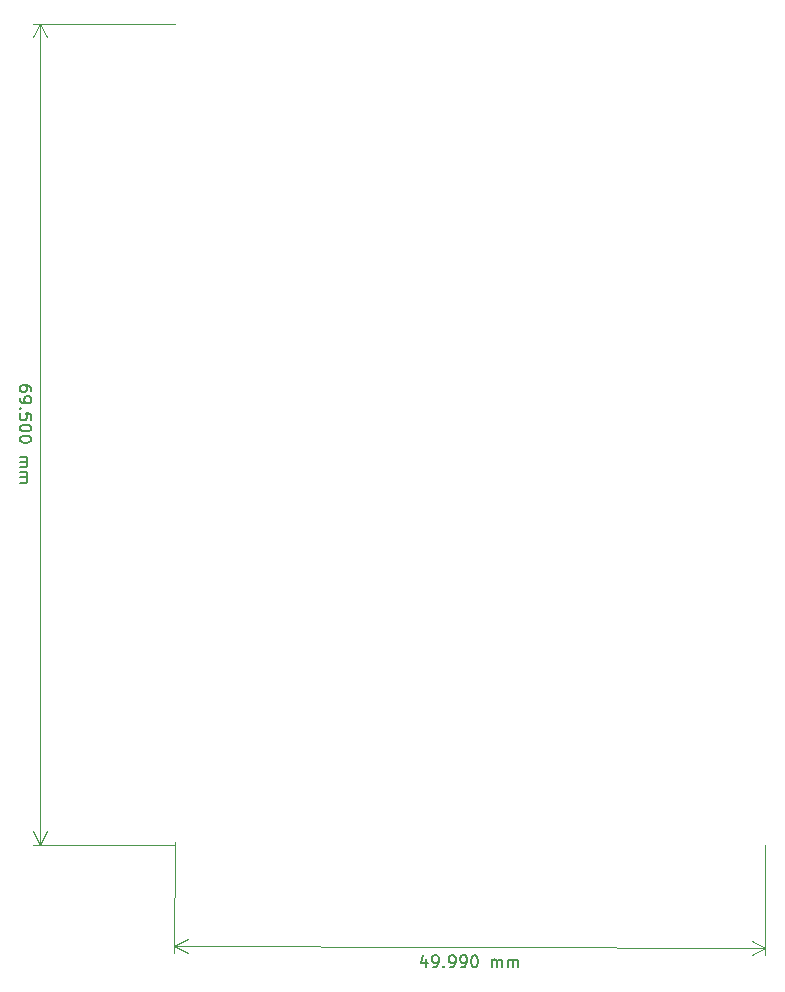
<source format=gbr>
%TF.GenerationSoftware,KiCad,Pcbnew,(5.1.6)-1*%
%TF.CreationDate,2020-12-18T18:22:10+01:00*%
%TF.ProjectId,rc-emitter_tft,72632d65-6d69-4747-9465-725f7466742e,rev?*%
%TF.SameCoordinates,Original*%
%TF.FileFunction,Legend,Bot*%
%TF.FilePolarity,Positive*%
%FSLAX46Y46*%
G04 Gerber Fmt 4.6, Leading zero omitted, Abs format (unit mm)*
G04 Created by KiCad (PCBNEW (5.1.6)-1) date 2020-12-18 18:22:10*
%MOMM*%
%LPD*%
G01*
G04 APERTURE LIST*
%ADD10C,0.150000*%
%ADD11C,0.120000*%
G04 APERTURE END LIST*
D10*
X67861989Y-59585080D02*
X67861962Y-59394604D01*
X67814329Y-59299373D01*
X67766703Y-59251760D01*
X67623832Y-59156543D01*
X67433349Y-59108951D01*
X67052397Y-59109006D01*
X66957165Y-59156639D01*
X66909553Y-59204265D01*
X66861948Y-59299510D01*
X66861975Y-59489986D01*
X66909608Y-59585217D01*
X66957234Y-59632829D01*
X67052479Y-59680435D01*
X67290574Y-59680400D01*
X67385805Y-59632768D01*
X67433418Y-59585142D01*
X67481023Y-59489897D01*
X67480995Y-59299421D01*
X67433363Y-59204189D01*
X67385737Y-59156577D01*
X67290492Y-59108972D01*
X66862071Y-60156653D02*
X66862099Y-60347129D01*
X66909731Y-60442360D01*
X66957357Y-60489972D01*
X67100228Y-60585190D01*
X67290711Y-60632781D01*
X67671664Y-60632727D01*
X67766895Y-60585094D01*
X67814507Y-60537468D01*
X67862112Y-60442223D01*
X67862085Y-60251747D01*
X67814452Y-60156515D01*
X67766826Y-60108903D01*
X67671581Y-60061298D01*
X67433486Y-60061332D01*
X67338255Y-60108965D01*
X67290643Y-60156591D01*
X67243037Y-60251836D01*
X67243065Y-60442312D01*
X67290697Y-60537543D01*
X67338323Y-60585155D01*
X67433568Y-60632761D01*
X66957439Y-61061401D02*
X66909827Y-61109027D01*
X66862201Y-61061414D01*
X66909814Y-61013789D01*
X66957439Y-61061401D01*
X66862201Y-61061414D01*
X67862338Y-62013651D02*
X67862270Y-61537461D01*
X67386073Y-61489910D01*
X67433698Y-61537523D01*
X67481331Y-61632754D01*
X67481365Y-61870849D01*
X67433760Y-61966094D01*
X67386148Y-62013720D01*
X67290917Y-62061353D01*
X67052821Y-62061387D01*
X66957577Y-62013782D01*
X66909951Y-61966169D01*
X66862318Y-61870938D01*
X66862284Y-61632843D01*
X66909889Y-61537598D01*
X66957501Y-61489972D01*
X67862434Y-62680318D02*
X67862448Y-62775556D01*
X67814843Y-62870801D01*
X67767230Y-62918427D01*
X67671999Y-62966060D01*
X67481530Y-63013706D01*
X67243435Y-63013741D01*
X67052952Y-62966149D01*
X66957707Y-62918544D01*
X66910081Y-62870931D01*
X66862448Y-62775700D01*
X66862434Y-62680462D01*
X66910040Y-62585217D01*
X66957652Y-62537591D01*
X67052883Y-62489958D01*
X67243352Y-62442312D01*
X67481448Y-62442278D01*
X67671931Y-62489869D01*
X67767176Y-62537475D01*
X67814802Y-62585087D01*
X67862434Y-62680318D01*
X67862571Y-63632699D02*
X67862585Y-63727937D01*
X67814980Y-63823182D01*
X67767368Y-63870808D01*
X67672136Y-63918441D01*
X67481667Y-63966087D01*
X67243572Y-63966121D01*
X67053089Y-63918530D01*
X66957844Y-63870925D01*
X66910218Y-63823312D01*
X66862585Y-63728081D01*
X66862571Y-63632843D01*
X66910177Y-63537598D01*
X66957789Y-63489972D01*
X67053020Y-63442339D01*
X67243489Y-63394693D01*
X67481585Y-63394659D01*
X67672068Y-63442250D01*
X67767313Y-63489856D01*
X67814939Y-63537468D01*
X67862571Y-63632699D01*
X66862791Y-65156652D02*
X67529457Y-65156557D01*
X67434219Y-65156570D02*
X67481845Y-65204182D01*
X67529478Y-65299414D01*
X67529498Y-65442271D01*
X67481893Y-65537516D01*
X67386662Y-65585149D01*
X66862852Y-65585224D01*
X67386662Y-65585149D02*
X67481907Y-65632754D01*
X67529539Y-65727985D01*
X67529560Y-65870842D01*
X67481955Y-65966087D01*
X67386723Y-66013720D01*
X66862914Y-66013795D01*
X66862982Y-66489986D02*
X67529649Y-66489890D01*
X67434411Y-66489904D02*
X67482037Y-66537516D01*
X67529670Y-66632747D01*
X67529690Y-66775604D01*
X67482085Y-66870849D01*
X67386854Y-66918482D01*
X66863044Y-66918557D01*
X67386854Y-66918482D02*
X67482099Y-66966087D01*
X67529731Y-67061318D01*
X67529752Y-67204176D01*
X67482147Y-67299421D01*
X67386915Y-67347053D01*
X66863106Y-67347129D01*
D11*
X68589898Y-98001643D02*
X68579898Y-28501643D01*
X80010000Y-98000000D02*
X68003477Y-98001728D01*
X80000000Y-28500000D02*
X67993477Y-28501728D01*
X68579898Y-28501643D02*
X69166481Y-29628062D01*
X68579898Y-28501643D02*
X67993639Y-29628231D01*
X68589898Y-98001643D02*
X69176157Y-96875055D01*
X68589898Y-98001643D02*
X68003315Y-96875224D01*
D10*
X101297078Y-107707776D02*
X101294278Y-108374437D01*
X101060586Y-107325827D02*
X100819492Y-108039106D01*
X101438534Y-108041706D01*
X101865701Y-108376837D02*
X102056176Y-108377637D01*
X102151613Y-108330419D01*
X102199432Y-108283000D01*
X102295269Y-108140544D01*
X102343688Y-107950270D01*
X102345288Y-107569321D01*
X102298070Y-107473883D01*
X102250651Y-107426065D01*
X102155614Y-107378046D01*
X101965139Y-107377246D01*
X101869702Y-107424464D01*
X101821883Y-107471883D01*
X101773865Y-107566920D01*
X101772865Y-107805013D01*
X101820083Y-107900451D01*
X101867502Y-107948269D01*
X101962539Y-107996288D01*
X102153013Y-107997088D01*
X102248451Y-107949870D01*
X102296269Y-107902451D01*
X102344288Y-107807414D01*
X102770855Y-108285400D02*
X102818274Y-108333219D01*
X102770455Y-108380638D01*
X102723037Y-108332819D01*
X102770855Y-108285400D01*
X102770455Y-108380638D01*
X103294260Y-108382838D02*
X103484735Y-108383638D01*
X103580172Y-108336420D01*
X103627991Y-108289001D01*
X103723828Y-108146545D01*
X103772247Y-107956271D01*
X103773847Y-107575322D01*
X103726629Y-107479885D01*
X103679210Y-107432066D01*
X103584173Y-107384047D01*
X103393698Y-107383247D01*
X103298261Y-107430466D01*
X103250442Y-107477884D01*
X103202424Y-107572921D01*
X103201423Y-107811015D01*
X103248642Y-107906452D01*
X103296061Y-107954270D01*
X103391098Y-108002289D01*
X103581572Y-108003089D01*
X103677010Y-107955871D01*
X103724828Y-107908452D01*
X103772847Y-107813415D01*
X104246633Y-108386839D02*
X104437107Y-108387639D01*
X104532545Y-108340420D01*
X104580363Y-108293002D01*
X104676201Y-108150546D01*
X104724619Y-107960272D01*
X104726220Y-107579323D01*
X104679001Y-107483885D01*
X104631583Y-107436067D01*
X104536545Y-107388048D01*
X104346071Y-107387248D01*
X104250633Y-107434466D01*
X104202815Y-107481885D01*
X104154796Y-107576922D01*
X104153796Y-107815015D01*
X104201014Y-107910453D01*
X104248433Y-107958271D01*
X104343470Y-108006290D01*
X104533945Y-108007090D01*
X104629382Y-107959872D01*
X104677201Y-107912453D01*
X104725219Y-107817416D01*
X105346062Y-107391449D02*
X105441299Y-107391849D01*
X105536336Y-107439867D01*
X105583755Y-107487686D01*
X105630974Y-107583123D01*
X105677792Y-107773798D01*
X105676792Y-108011891D01*
X105628373Y-108202165D01*
X105580354Y-108297203D01*
X105532536Y-108344621D01*
X105437098Y-108391840D01*
X105341861Y-108391440D01*
X105246824Y-108343421D01*
X105199405Y-108295602D01*
X105152187Y-108200165D01*
X105105368Y-108009491D01*
X105106369Y-107771397D01*
X105154787Y-107581123D01*
X105202806Y-107486086D01*
X105250625Y-107438667D01*
X105346062Y-107391449D01*
X106865657Y-108397841D02*
X106868458Y-107731180D01*
X106868058Y-107826417D02*
X106915876Y-107778999D01*
X107011314Y-107731780D01*
X107154170Y-107732380D01*
X107249207Y-107780399D01*
X107296425Y-107875836D01*
X107294225Y-108399641D01*
X107296425Y-107875836D02*
X107344444Y-107780799D01*
X107439881Y-107733581D01*
X107582737Y-107734181D01*
X107677774Y-107782199D01*
X107724993Y-107877637D01*
X107722793Y-108401442D01*
X108198979Y-108403442D02*
X108201779Y-107736781D01*
X108201379Y-107832019D02*
X108249198Y-107784600D01*
X108344635Y-107737381D01*
X108487491Y-107737982D01*
X108582528Y-107786000D01*
X108629747Y-107881438D01*
X108627546Y-108405242D01*
X108629747Y-107881438D02*
X108677766Y-107786400D01*
X108773203Y-107739182D01*
X108916059Y-107739782D01*
X109011096Y-107787801D01*
X109058315Y-107883238D01*
X109056114Y-108407043D01*
D11*
X79973148Y-106562474D02*
X129963148Y-106772474D01*
X80010000Y-97790000D02*
X79970685Y-107148889D01*
X130000000Y-98000000D02*
X129960685Y-107358889D01*
X129963148Y-106772474D02*
X128834191Y-107354157D01*
X129963148Y-106772474D02*
X128839118Y-106181326D01*
X79973148Y-106562474D02*
X81097178Y-107153622D01*
X79973148Y-106562474D02*
X81102105Y-105980791D01*
M02*

</source>
